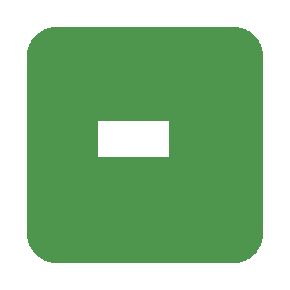
<source format=gbr>
%TF.GenerationSoftware,KiCad,Pcbnew,6.0.9+dfsg-1~bpo11+1*%
%TF.CreationDate,2022-11-28T09:51:56+01:00*%
%TF.ProjectId,017-johnson-counter,3031372d-6a6f-4686-9e73-6f6e2d636f75,1*%
%TF.SameCoordinates,Original*%
%TF.FileFunction,Soldermask,Bot*%
%TF.FilePolarity,Negative*%
%FSLAX46Y46*%
G04 Gerber Fmt 4.6, Leading zero omitted, Abs format (unit mm)*
G04 Created by KiCad (PCBNEW 6.0.9+dfsg-1~bpo11+1) date 2022-11-28 09:51:56*
%MOMM*%
%LPD*%
G01*
G04 APERTURE LIST*
%ADD10C,1.400000*%
%ADD11C,3.400000*%
G04 APERTURE END LIST*
D10*
%TO.C,J4*%
X157500000Y-77500000D03*
%TD*%
D11*
%TO.C,H1*%
X152500000Y-77500000D03*
%TD*%
%TO.C,H2*%
X152500000Y-92500000D03*
%TD*%
%TO.C,H4*%
X167500000Y-77500000D03*
%TD*%
%TO.C,H3*%
X167500000Y-92500000D03*
%TD*%
G36*
X155942121Y-85766002D02*
G01*
X155988614Y-85819658D01*
X156000000Y-85872000D01*
X156000000Y-85981885D01*
X156004475Y-85997124D01*
X156005865Y-85998329D01*
X156013548Y-86000000D01*
X161981885Y-86000000D01*
X161997124Y-85995525D01*
X161998329Y-85994135D01*
X162000000Y-85986452D01*
X162000000Y-85872000D01*
X162020002Y-85803879D01*
X162073658Y-85757386D01*
X162126000Y-85746000D01*
X169874000Y-85746000D01*
X169942121Y-85766002D01*
X169988614Y-85819658D01*
X170000000Y-85872000D01*
X170000000Y-92495878D01*
X169999730Y-92504119D01*
X169979152Y-92818073D01*
X169977001Y-92834413D01*
X169916426Y-93138950D01*
X169912160Y-93154871D01*
X169812354Y-93448888D01*
X169806047Y-93464114D01*
X169668717Y-93742592D01*
X169660476Y-93756866D01*
X169487973Y-94015034D01*
X169477940Y-94028109D01*
X169273212Y-94261557D01*
X169261557Y-94273212D01*
X169028109Y-94477940D01*
X169015034Y-94487973D01*
X168756866Y-94660476D01*
X168742592Y-94668717D01*
X168464114Y-94806047D01*
X168448888Y-94812354D01*
X168154871Y-94912160D01*
X168138950Y-94916426D01*
X167834413Y-94977001D01*
X167818073Y-94979152D01*
X167504119Y-94999730D01*
X167495878Y-95000000D01*
X152504122Y-95000000D01*
X152495881Y-94999730D01*
X152181927Y-94979152D01*
X152165587Y-94977001D01*
X151861050Y-94916426D01*
X151845129Y-94912160D01*
X151551112Y-94812354D01*
X151535886Y-94806047D01*
X151257408Y-94668717D01*
X151243134Y-94660476D01*
X150984966Y-94487973D01*
X150971891Y-94477940D01*
X150738443Y-94273212D01*
X150726788Y-94261557D01*
X150522060Y-94028109D01*
X150512027Y-94015034D01*
X150339524Y-93756866D01*
X150331283Y-93742592D01*
X150193953Y-93464114D01*
X150187646Y-93448888D01*
X150087840Y-93154871D01*
X150083574Y-93138950D01*
X150022999Y-92834413D01*
X150020848Y-92818073D01*
X150000270Y-92504119D01*
X150000000Y-92495878D01*
X150000000Y-85872000D01*
X150020002Y-85803879D01*
X150073658Y-85757386D01*
X150126000Y-85746000D01*
X155874000Y-85746000D01*
X155942121Y-85766002D01*
G37*
G36*
X167504119Y-75000270D02*
G01*
X167818073Y-75020848D01*
X167834413Y-75022999D01*
X168138950Y-75083574D01*
X168154871Y-75087840D01*
X168448888Y-75187646D01*
X168464114Y-75193953D01*
X168742592Y-75331283D01*
X168756866Y-75339524D01*
X169015034Y-75512027D01*
X169028109Y-75522060D01*
X169261557Y-75726788D01*
X169273212Y-75738443D01*
X169477940Y-75971891D01*
X169487973Y-75984966D01*
X169660476Y-76243134D01*
X169668717Y-76257408D01*
X169806047Y-76535886D01*
X169812354Y-76551112D01*
X169912160Y-76845129D01*
X169916426Y-76861050D01*
X169977001Y-77165587D01*
X169979152Y-77181927D01*
X169999730Y-77495881D01*
X170000000Y-77504122D01*
X170000000Y-83128000D01*
X169979998Y-83196121D01*
X169926342Y-83242614D01*
X169874000Y-83254000D01*
X162126000Y-83254000D01*
X162057879Y-83233998D01*
X162011386Y-83180342D01*
X162000000Y-83128000D01*
X162000000Y-83018115D01*
X161995525Y-83002876D01*
X161994135Y-83001671D01*
X161986452Y-83000000D01*
X156018115Y-83000000D01*
X156002876Y-83004475D01*
X156001671Y-83005865D01*
X156000000Y-83013548D01*
X156000000Y-83128000D01*
X155979998Y-83196121D01*
X155926342Y-83242614D01*
X155874000Y-83254000D01*
X150126000Y-83254000D01*
X150057879Y-83233998D01*
X150011386Y-83180342D01*
X150000000Y-83128000D01*
X150000000Y-77504122D01*
X150000270Y-77495881D01*
X150020848Y-77181927D01*
X150022999Y-77165587D01*
X150083574Y-76861050D01*
X150087840Y-76845129D01*
X150187646Y-76551112D01*
X150193953Y-76535886D01*
X150331283Y-76257408D01*
X150339524Y-76243134D01*
X150512027Y-75984966D01*
X150522060Y-75971891D01*
X150726788Y-75738443D01*
X150738443Y-75726788D01*
X150971891Y-75522060D01*
X150984966Y-75512027D01*
X151243134Y-75339524D01*
X151257408Y-75331283D01*
X151535886Y-75193953D01*
X151551112Y-75187646D01*
X151845129Y-75087840D01*
X151861050Y-75083574D01*
X152165587Y-75022999D01*
X152181927Y-75020848D01*
X152495881Y-75000270D01*
X152504122Y-75000000D01*
X167495878Y-75000000D01*
X167504119Y-75000270D01*
G37*
G36*
X156003094Y-82746152D02*
G01*
X156018709Y-82746919D01*
X156031018Y-82748131D01*
X156039329Y-82749364D01*
X156103777Y-82779146D01*
X156141892Y-82839044D01*
X156141574Y-82910040D01*
X156102923Y-82969593D01*
X156038210Y-82998797D01*
X156020838Y-83000000D01*
X156018115Y-83000000D01*
X156002876Y-83004475D01*
X156001671Y-83005865D01*
X156000000Y-83013548D01*
X156000000Y-85981885D01*
X156004475Y-85997124D01*
X156005865Y-85998329D01*
X156013548Y-86000000D01*
X156020838Y-86000000D01*
X156088959Y-86020002D01*
X156135452Y-86073658D01*
X156145556Y-86143932D01*
X156116062Y-86208512D01*
X156056336Y-86246896D01*
X156039329Y-86250636D01*
X156031018Y-86251869D01*
X156018709Y-86253081D01*
X156003094Y-86253848D01*
X155996912Y-86254000D01*
X150126000Y-86254000D01*
X150057879Y-86233998D01*
X150011386Y-86180342D01*
X150000000Y-86128000D01*
X150000000Y-82872000D01*
X150020002Y-82803879D01*
X150073658Y-82757386D01*
X150126000Y-82746000D01*
X155996912Y-82746000D01*
X156003094Y-82746152D01*
G37*
G36*
X169942121Y-82766002D02*
G01*
X169988614Y-82819658D01*
X170000000Y-82872000D01*
X170000000Y-86128000D01*
X169979998Y-86196121D01*
X169926342Y-86242614D01*
X169874000Y-86254000D01*
X162003088Y-86254000D01*
X161996906Y-86253848D01*
X161981291Y-86253081D01*
X161968982Y-86251869D01*
X161960671Y-86250636D01*
X161896223Y-86220854D01*
X161858108Y-86160956D01*
X161858426Y-86089960D01*
X161897077Y-86030407D01*
X161961790Y-86001203D01*
X161979162Y-86000000D01*
X161981885Y-86000000D01*
X161997124Y-85995525D01*
X161998329Y-85994135D01*
X162000000Y-85986452D01*
X162000000Y-83018115D01*
X161995525Y-83002876D01*
X161994135Y-83001671D01*
X161986452Y-83000000D01*
X161979162Y-83000000D01*
X161911041Y-82979998D01*
X161864548Y-82926342D01*
X161854444Y-82856068D01*
X161883938Y-82791488D01*
X161943664Y-82753104D01*
X161960671Y-82749364D01*
X161968982Y-82748131D01*
X161981291Y-82746919D01*
X161996906Y-82746152D01*
X162003088Y-82746000D01*
X169874000Y-82746000D01*
X169942121Y-82766002D01*
G37*
M02*

</source>
